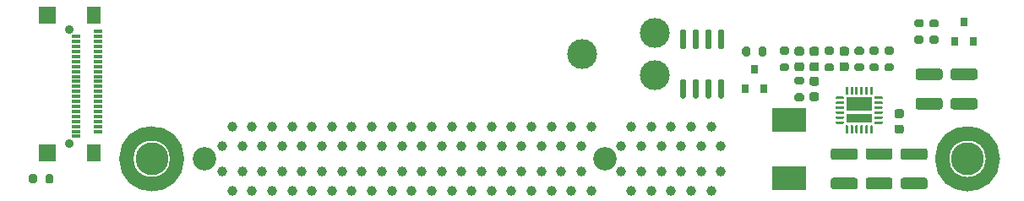
<source format=gbr>
%TF.GenerationSoftware,KiCad,Pcbnew,(5.1.10)-1*%
%TF.CreationDate,2021-08-10T11:15:44+01:00*%
%TF.ProjectId,ocu2pciex8,6f637532-7063-4696-9578-382e6b696361,rev?*%
%TF.SameCoordinates,Original*%
%TF.FileFunction,Soldermask,Top*%
%TF.FilePolarity,Negative*%
%FSLAX46Y46*%
G04 Gerber Fmt 4.6, Leading zero omitted, Abs format (unit mm)*
G04 Created by KiCad (PCBNEW (5.1.10)-1) date 2021-08-10 11:15:44*
%MOMM*%
%LPD*%
G01*
G04 APERTURE LIST*
%ADD10C,1.400000*%
%ADD11C,3.300000*%
%ADD12C,0.800000*%
%ADD13C,0.900000*%
%ADD14R,1.800000X1.810000*%
%ADD15R,1.380000X1.810000*%
%ADD16R,0.910000X0.310000*%
%ADD17R,2.600000X1.350000*%
%ADD18R,2.600000X0.900000*%
%ADD19C,3.000000*%
%ADD20R,0.800000X0.900000*%
%ADD21R,3.429000X2.413000*%
%ADD22C,2.350000*%
%ADD23C,1.000000*%
G04 APERTURE END LIST*
D10*
%TO.C,J5*%
X106300000Y-70000000D02*
G75*
G03*
X106300000Y-70000000I-2550000J0D01*
G01*
%TO.C,J4*%
X188050000Y-70000000D02*
G75*
G03*
X188050000Y-70000000I-2550000J0D01*
G01*
%TD*%
D11*
%TO.C,J5*%
X103750000Y-70000000D03*
D12*
X103750000Y-67500000D03*
X106250000Y-70000000D03*
X103750000Y-72500000D03*
X101250000Y-70000000D03*
X102000000Y-68250000D03*
X105500000Y-68250000D03*
X105500000Y-71750000D03*
X102000000Y-71750000D03*
%TD*%
D11*
%TO.C,J4*%
X185500000Y-70000000D03*
D12*
X185500000Y-67500000D03*
X188000000Y-70000000D03*
X185500000Y-72500000D03*
X183000000Y-70000000D03*
X183750000Y-68250000D03*
X187250000Y-68250000D03*
X187250000Y-71750000D03*
X183750000Y-71750000D03*
%TD*%
D13*
%TO.C,J1*%
X95460000Y-57080000D03*
X95460000Y-68450000D03*
D14*
X93260000Y-55590000D03*
X93260000Y-69410000D03*
D15*
X97980000Y-55590000D03*
X97980000Y-69410000D03*
D16*
X96180000Y-57750000D03*
X96180000Y-58250000D03*
X96180000Y-58750000D03*
X96180000Y-59250000D03*
X96180000Y-59750000D03*
X96180000Y-60250000D03*
X96180000Y-60750000D03*
X96180000Y-61250000D03*
X96180000Y-61750000D03*
X96180000Y-62250000D03*
X96180000Y-62750000D03*
X96180000Y-63250000D03*
X96180000Y-63750000D03*
X96180000Y-64250000D03*
X96180000Y-64750000D03*
X96180000Y-65250000D03*
X96180000Y-65750000D03*
X96180000Y-66250000D03*
X96180000Y-66750000D03*
X96180000Y-67250000D03*
X96180000Y-67750000D03*
X98370000Y-57250000D03*
X98370000Y-57750000D03*
X98370000Y-58250000D03*
X98370000Y-58750000D03*
X98370000Y-59250000D03*
X98370000Y-59750000D03*
X98370000Y-60250000D03*
X98370000Y-60750000D03*
X98370000Y-61250000D03*
X98370000Y-61750000D03*
X98370000Y-62250000D03*
X98370000Y-62750000D03*
X98370000Y-63250000D03*
X98370000Y-63750000D03*
X98370000Y-64250000D03*
X98370000Y-64750000D03*
X98370000Y-65250000D03*
X98370000Y-65750000D03*
X98370000Y-66250000D03*
X98370000Y-66750000D03*
X98370000Y-67250000D03*
%TD*%
%TO.C,R10*%
G36*
G01*
X93900000Y-71725000D02*
X93900000Y-72275000D01*
G75*
G02*
X93700000Y-72475000I-200000J0D01*
G01*
X93300000Y-72475000D01*
G75*
G02*
X93100000Y-72275000I0J200000D01*
G01*
X93100000Y-71725000D01*
G75*
G02*
X93300000Y-71525000I200000J0D01*
G01*
X93700000Y-71525000D01*
G75*
G02*
X93900000Y-71725000I0J-200000D01*
G01*
G37*
G36*
G01*
X92250000Y-71725000D02*
X92250000Y-72275000D01*
G75*
G02*
X92050000Y-72475000I-200000J0D01*
G01*
X91650000Y-72475000D01*
G75*
G02*
X91450000Y-72275000I0J200000D01*
G01*
X91450000Y-71725000D01*
G75*
G02*
X91650000Y-71525000I200000J0D01*
G01*
X92050000Y-71525000D01*
G75*
G02*
X92250000Y-71725000I0J-200000D01*
G01*
G37*
%TD*%
D17*
%TO.C,U1*%
X174650000Y-64500000D03*
G36*
G01*
X173275000Y-63537500D02*
X173275000Y-62837500D01*
G75*
G02*
X173337500Y-62775000I62500J0D01*
G01*
X173462500Y-62775000D01*
G75*
G02*
X173525000Y-62837500I0J-62500D01*
G01*
X173525000Y-63537500D01*
G75*
G02*
X173462500Y-63600000I-62500J0D01*
G01*
X173337500Y-63600000D01*
G75*
G02*
X173275000Y-63537500I0J62500D01*
G01*
G37*
G36*
G01*
X173775000Y-63537500D02*
X173775000Y-62837500D01*
G75*
G02*
X173837500Y-62775000I62500J0D01*
G01*
X173962500Y-62775000D01*
G75*
G02*
X174025000Y-62837500I0J-62500D01*
G01*
X174025000Y-63537500D01*
G75*
G02*
X173962500Y-63600000I-62500J0D01*
G01*
X173837500Y-63600000D01*
G75*
G02*
X173775000Y-63537500I0J62500D01*
G01*
G37*
G36*
G01*
X174275000Y-63537500D02*
X174275000Y-62837500D01*
G75*
G02*
X174337500Y-62775000I62500J0D01*
G01*
X174462500Y-62775000D01*
G75*
G02*
X174525000Y-62837500I0J-62500D01*
G01*
X174525000Y-63537500D01*
G75*
G02*
X174462500Y-63600000I-62500J0D01*
G01*
X174337500Y-63600000D01*
G75*
G02*
X174275000Y-63537500I0J62500D01*
G01*
G37*
G36*
G01*
X174775000Y-63537500D02*
X174775000Y-62837500D01*
G75*
G02*
X174837500Y-62775000I62500J0D01*
G01*
X174962500Y-62775000D01*
G75*
G02*
X175025000Y-62837500I0J-62500D01*
G01*
X175025000Y-63537500D01*
G75*
G02*
X174962500Y-63600000I-62500J0D01*
G01*
X174837500Y-63600000D01*
G75*
G02*
X174775000Y-63537500I0J62500D01*
G01*
G37*
G36*
G01*
X175275000Y-63537500D02*
X175275000Y-62837500D01*
G75*
G02*
X175337500Y-62775000I62500J0D01*
G01*
X175462500Y-62775000D01*
G75*
G02*
X175525000Y-62837500I0J-62500D01*
G01*
X175525000Y-63537500D01*
G75*
G02*
X175462500Y-63600000I-62500J0D01*
G01*
X175337500Y-63600000D01*
G75*
G02*
X175275000Y-63537500I0J62500D01*
G01*
G37*
G36*
G01*
X175775000Y-63537500D02*
X175775000Y-62837500D01*
G75*
G02*
X175837500Y-62775000I62500J0D01*
G01*
X175962500Y-62775000D01*
G75*
G02*
X176025000Y-62837500I0J-62500D01*
G01*
X176025000Y-63537500D01*
G75*
G02*
X175962500Y-63600000I-62500J0D01*
G01*
X175837500Y-63600000D01*
G75*
G02*
X175775000Y-63537500I0J62500D01*
G01*
G37*
G36*
G01*
X176175000Y-63937500D02*
X176175000Y-63812500D01*
G75*
G02*
X176237500Y-63750000I62500J0D01*
G01*
X176937500Y-63750000D01*
G75*
G02*
X177000000Y-63812500I0J-62500D01*
G01*
X177000000Y-63937500D01*
G75*
G02*
X176937500Y-64000000I-62500J0D01*
G01*
X176237500Y-64000000D01*
G75*
G02*
X176175000Y-63937500I0J62500D01*
G01*
G37*
G36*
G01*
X176175000Y-64437500D02*
X176175000Y-64312500D01*
G75*
G02*
X176237500Y-64250000I62500J0D01*
G01*
X176937500Y-64250000D01*
G75*
G02*
X177000000Y-64312500I0J-62500D01*
G01*
X177000000Y-64437500D01*
G75*
G02*
X176937500Y-64500000I-62500J0D01*
G01*
X176237500Y-64500000D01*
G75*
G02*
X176175000Y-64437500I0J62500D01*
G01*
G37*
G36*
G01*
X176175000Y-64937500D02*
X176175000Y-64812500D01*
G75*
G02*
X176237500Y-64750000I62500J0D01*
G01*
X176937500Y-64750000D01*
G75*
G02*
X177000000Y-64812500I0J-62500D01*
G01*
X177000000Y-64937500D01*
G75*
G02*
X176937500Y-65000000I-62500J0D01*
G01*
X176237500Y-65000000D01*
G75*
G02*
X176175000Y-64937500I0J62500D01*
G01*
G37*
G36*
G01*
X176175000Y-65437500D02*
X176175000Y-65312500D01*
G75*
G02*
X176237500Y-65250000I62500J0D01*
G01*
X176937500Y-65250000D01*
G75*
G02*
X177000000Y-65312500I0J-62500D01*
G01*
X177000000Y-65437500D01*
G75*
G02*
X176937500Y-65500000I-62500J0D01*
G01*
X176237500Y-65500000D01*
G75*
G02*
X176175000Y-65437500I0J62500D01*
G01*
G37*
G36*
G01*
X176175000Y-65937500D02*
X176175000Y-65812500D01*
G75*
G02*
X176237500Y-65750000I62500J0D01*
G01*
X176937500Y-65750000D01*
G75*
G02*
X177000000Y-65812500I0J-62500D01*
G01*
X177000000Y-65937500D01*
G75*
G02*
X176937500Y-66000000I-62500J0D01*
G01*
X176237500Y-66000000D01*
G75*
G02*
X176175000Y-65937500I0J62500D01*
G01*
G37*
G36*
G01*
X176175000Y-66437500D02*
X176175000Y-66312500D01*
G75*
G02*
X176237500Y-66250000I62500J0D01*
G01*
X176937500Y-66250000D01*
G75*
G02*
X177000000Y-66312500I0J-62500D01*
G01*
X177000000Y-66437500D01*
G75*
G02*
X176937500Y-66500000I-62500J0D01*
G01*
X176237500Y-66500000D01*
G75*
G02*
X176175000Y-66437500I0J62500D01*
G01*
G37*
G36*
G01*
X175775000Y-67412500D02*
X175775000Y-66712500D01*
G75*
G02*
X175837500Y-66650000I62500J0D01*
G01*
X175962500Y-66650000D01*
G75*
G02*
X176025000Y-66712500I0J-62500D01*
G01*
X176025000Y-67412500D01*
G75*
G02*
X175962500Y-67475000I-62500J0D01*
G01*
X175837500Y-67475000D01*
G75*
G02*
X175775000Y-67412500I0J62500D01*
G01*
G37*
G36*
G01*
X175275000Y-67412500D02*
X175275000Y-66712500D01*
G75*
G02*
X175337500Y-66650000I62500J0D01*
G01*
X175462500Y-66650000D01*
G75*
G02*
X175525000Y-66712500I0J-62500D01*
G01*
X175525000Y-67412500D01*
G75*
G02*
X175462500Y-67475000I-62500J0D01*
G01*
X175337500Y-67475000D01*
G75*
G02*
X175275000Y-67412500I0J62500D01*
G01*
G37*
G36*
G01*
X174775000Y-67412500D02*
X174775000Y-66712500D01*
G75*
G02*
X174837500Y-66650000I62500J0D01*
G01*
X174962500Y-66650000D01*
G75*
G02*
X175025000Y-66712500I0J-62500D01*
G01*
X175025000Y-67412500D01*
G75*
G02*
X174962500Y-67475000I-62500J0D01*
G01*
X174837500Y-67475000D01*
G75*
G02*
X174775000Y-67412500I0J62500D01*
G01*
G37*
G36*
G01*
X174275000Y-67412500D02*
X174275000Y-66712500D01*
G75*
G02*
X174337500Y-66650000I62500J0D01*
G01*
X174462500Y-66650000D01*
G75*
G02*
X174525000Y-66712500I0J-62500D01*
G01*
X174525000Y-67412500D01*
G75*
G02*
X174462500Y-67475000I-62500J0D01*
G01*
X174337500Y-67475000D01*
G75*
G02*
X174275000Y-67412500I0J62500D01*
G01*
G37*
G36*
G01*
X173775000Y-67412500D02*
X173775000Y-66712500D01*
G75*
G02*
X173837500Y-66650000I62500J0D01*
G01*
X173962500Y-66650000D01*
G75*
G02*
X174025000Y-66712500I0J-62500D01*
G01*
X174025000Y-67412500D01*
G75*
G02*
X173962500Y-67475000I-62500J0D01*
G01*
X173837500Y-67475000D01*
G75*
G02*
X173775000Y-67412500I0J62500D01*
G01*
G37*
G36*
G01*
X173275000Y-67412500D02*
X173275000Y-66712500D01*
G75*
G02*
X173337500Y-66650000I62500J0D01*
G01*
X173462500Y-66650000D01*
G75*
G02*
X173525000Y-66712500I0J-62500D01*
G01*
X173525000Y-67412500D01*
G75*
G02*
X173462500Y-67475000I-62500J0D01*
G01*
X173337500Y-67475000D01*
G75*
G02*
X173275000Y-67412500I0J62500D01*
G01*
G37*
G36*
G01*
X172300000Y-66437500D02*
X172300000Y-66312500D01*
G75*
G02*
X172362500Y-66250000I62500J0D01*
G01*
X173062500Y-66250000D01*
G75*
G02*
X173125000Y-66312500I0J-62500D01*
G01*
X173125000Y-66437500D01*
G75*
G02*
X173062500Y-66500000I-62500J0D01*
G01*
X172362500Y-66500000D01*
G75*
G02*
X172300000Y-66437500I0J62500D01*
G01*
G37*
G36*
G01*
X172300000Y-65937500D02*
X172300000Y-65812500D01*
G75*
G02*
X172362500Y-65750000I62500J0D01*
G01*
X173062500Y-65750000D01*
G75*
G02*
X173125000Y-65812500I0J-62500D01*
G01*
X173125000Y-65937500D01*
G75*
G02*
X173062500Y-66000000I-62500J0D01*
G01*
X172362500Y-66000000D01*
G75*
G02*
X172300000Y-65937500I0J62500D01*
G01*
G37*
G36*
G01*
X172300000Y-65437500D02*
X172300000Y-65312500D01*
G75*
G02*
X172362500Y-65250000I62500J0D01*
G01*
X173062500Y-65250000D01*
G75*
G02*
X173125000Y-65312500I0J-62500D01*
G01*
X173125000Y-65437500D01*
G75*
G02*
X173062500Y-65500000I-62500J0D01*
G01*
X172362500Y-65500000D01*
G75*
G02*
X172300000Y-65437500I0J62500D01*
G01*
G37*
G36*
G01*
X172300000Y-64937500D02*
X172300000Y-64812500D01*
G75*
G02*
X172362500Y-64750000I62500J0D01*
G01*
X173062500Y-64750000D01*
G75*
G02*
X173125000Y-64812500I0J-62500D01*
G01*
X173125000Y-64937500D01*
G75*
G02*
X173062500Y-65000000I-62500J0D01*
G01*
X172362500Y-65000000D01*
G75*
G02*
X172300000Y-64937500I0J62500D01*
G01*
G37*
G36*
G01*
X172300000Y-64437500D02*
X172300000Y-64312500D01*
G75*
G02*
X172362500Y-64250000I62500J0D01*
G01*
X173062500Y-64250000D01*
G75*
G02*
X173125000Y-64312500I0J-62500D01*
G01*
X173125000Y-64437500D01*
G75*
G02*
X173062500Y-64500000I-62500J0D01*
G01*
X172362500Y-64500000D01*
G75*
G02*
X172300000Y-64437500I0J62500D01*
G01*
G37*
G36*
G01*
X172300000Y-63937500D02*
X172300000Y-63812500D01*
G75*
G02*
X172362500Y-63750000I62500J0D01*
G01*
X173062500Y-63750000D01*
G75*
G02*
X173125000Y-63812500I0J-62500D01*
G01*
X173125000Y-63937500D01*
G75*
G02*
X173062500Y-64000000I-62500J0D01*
G01*
X172362500Y-64000000D01*
G75*
G02*
X172300000Y-63937500I0J62500D01*
G01*
G37*
D18*
X174650000Y-65975000D03*
%TD*%
D19*
%TO.C,J3*%
X154150000Y-61600000D03*
X154150000Y-57400000D03*
X146850000Y-59500000D03*
%TD*%
%TO.C,R9*%
G36*
G01*
X167425000Y-59575000D02*
X166875000Y-59575000D01*
G75*
G02*
X166675000Y-59375000I0J200000D01*
G01*
X166675000Y-58975000D01*
G75*
G02*
X166875000Y-58775000I200000J0D01*
G01*
X167425000Y-58775000D01*
G75*
G02*
X167625000Y-58975000I0J-200000D01*
G01*
X167625000Y-59375000D01*
G75*
G02*
X167425000Y-59575000I-200000J0D01*
G01*
G37*
G36*
G01*
X167425000Y-61225000D02*
X166875000Y-61225000D01*
G75*
G02*
X166675000Y-61025000I0J200000D01*
G01*
X166675000Y-60625000D01*
G75*
G02*
X166875000Y-60425000I200000J0D01*
G01*
X167425000Y-60425000D01*
G75*
G02*
X167625000Y-60625000I0J-200000D01*
G01*
X167625000Y-61025000D01*
G75*
G02*
X167425000Y-61225000I-200000J0D01*
G01*
G37*
%TD*%
%TO.C,R8*%
G36*
G01*
X168925000Y-62575000D02*
X168375000Y-62575000D01*
G75*
G02*
X168175000Y-62375000I0J200000D01*
G01*
X168175000Y-61975000D01*
G75*
G02*
X168375000Y-61775000I200000J0D01*
G01*
X168925000Y-61775000D01*
G75*
G02*
X169125000Y-61975000I0J-200000D01*
G01*
X169125000Y-62375000D01*
G75*
G02*
X168925000Y-62575000I-200000J0D01*
G01*
G37*
G36*
G01*
X168925000Y-64225000D02*
X168375000Y-64225000D01*
G75*
G02*
X168175000Y-64025000I0J200000D01*
G01*
X168175000Y-63625000D01*
G75*
G02*
X168375000Y-63425000I200000J0D01*
G01*
X168925000Y-63425000D01*
G75*
G02*
X169125000Y-63625000I0J-200000D01*
G01*
X169125000Y-64025000D01*
G75*
G02*
X168925000Y-64225000I-200000J0D01*
G01*
G37*
%TD*%
%TO.C,R7*%
G36*
G01*
X171925000Y-59575000D02*
X171375000Y-59575000D01*
G75*
G02*
X171175000Y-59375000I0J200000D01*
G01*
X171175000Y-58975000D01*
G75*
G02*
X171375000Y-58775000I200000J0D01*
G01*
X171925000Y-58775000D01*
G75*
G02*
X172125000Y-58975000I0J-200000D01*
G01*
X172125000Y-59375000D01*
G75*
G02*
X171925000Y-59575000I-200000J0D01*
G01*
G37*
G36*
G01*
X171925000Y-61225000D02*
X171375000Y-61225000D01*
G75*
G02*
X171175000Y-61025000I0J200000D01*
G01*
X171175000Y-60625000D01*
G75*
G02*
X171375000Y-60425000I200000J0D01*
G01*
X171925000Y-60425000D01*
G75*
G02*
X172125000Y-60625000I0J-200000D01*
G01*
X172125000Y-61025000D01*
G75*
G02*
X171925000Y-61225000I-200000J0D01*
G01*
G37*
%TD*%
%TO.C,R6*%
G36*
G01*
X177375000Y-60425000D02*
X177925000Y-60425000D01*
G75*
G02*
X178125000Y-60625000I0J-200000D01*
G01*
X178125000Y-61025000D01*
G75*
G02*
X177925000Y-61225000I-200000J0D01*
G01*
X177375000Y-61225000D01*
G75*
G02*
X177175000Y-61025000I0J200000D01*
G01*
X177175000Y-60625000D01*
G75*
G02*
X177375000Y-60425000I200000J0D01*
G01*
G37*
G36*
G01*
X177375000Y-58775000D02*
X177925000Y-58775000D01*
G75*
G02*
X178125000Y-58975000I0J-200000D01*
G01*
X178125000Y-59375000D01*
G75*
G02*
X177925000Y-59575000I-200000J0D01*
G01*
X177375000Y-59575000D01*
G75*
G02*
X177175000Y-59375000I0J200000D01*
G01*
X177175000Y-58975000D01*
G75*
G02*
X177375000Y-58775000I200000J0D01*
G01*
G37*
%TD*%
%TO.C,R5*%
G36*
G01*
X176425000Y-59575000D02*
X175875000Y-59575000D01*
G75*
G02*
X175675000Y-59375000I0J200000D01*
G01*
X175675000Y-58975000D01*
G75*
G02*
X175875000Y-58775000I200000J0D01*
G01*
X176425000Y-58775000D01*
G75*
G02*
X176625000Y-58975000I0J-200000D01*
G01*
X176625000Y-59375000D01*
G75*
G02*
X176425000Y-59575000I-200000J0D01*
G01*
G37*
G36*
G01*
X176425000Y-61225000D02*
X175875000Y-61225000D01*
G75*
G02*
X175675000Y-61025000I0J200000D01*
G01*
X175675000Y-60625000D01*
G75*
G02*
X175875000Y-60425000I200000J0D01*
G01*
X176425000Y-60425000D01*
G75*
G02*
X176625000Y-60625000I0J-200000D01*
G01*
X176625000Y-61025000D01*
G75*
G02*
X176425000Y-61225000I-200000J0D01*
G01*
G37*
%TD*%
%TO.C,R4*%
G36*
G01*
X174925000Y-59575000D02*
X174375000Y-59575000D01*
G75*
G02*
X174175000Y-59375000I0J200000D01*
G01*
X174175000Y-58975000D01*
G75*
G02*
X174375000Y-58775000I200000J0D01*
G01*
X174925000Y-58775000D01*
G75*
G02*
X175125000Y-58975000I0J-200000D01*
G01*
X175125000Y-59375000D01*
G75*
G02*
X174925000Y-59575000I-200000J0D01*
G01*
G37*
G36*
G01*
X174925000Y-61225000D02*
X174375000Y-61225000D01*
G75*
G02*
X174175000Y-61025000I0J200000D01*
G01*
X174175000Y-60625000D01*
G75*
G02*
X174375000Y-60425000I200000J0D01*
G01*
X174925000Y-60425000D01*
G75*
G02*
X175125000Y-60625000I0J-200000D01*
G01*
X175125000Y-61025000D01*
G75*
G02*
X174925000Y-61225000I-200000J0D01*
G01*
G37*
%TD*%
%TO.C,R3*%
G36*
G01*
X181875000Y-57675000D02*
X182425000Y-57675000D01*
G75*
G02*
X182625000Y-57875000I0J-200000D01*
G01*
X182625000Y-58275000D01*
G75*
G02*
X182425000Y-58475000I-200000J0D01*
G01*
X181875000Y-58475000D01*
G75*
G02*
X181675000Y-58275000I0J200000D01*
G01*
X181675000Y-57875000D01*
G75*
G02*
X181875000Y-57675000I200000J0D01*
G01*
G37*
G36*
G01*
X181875000Y-56025000D02*
X182425000Y-56025000D01*
G75*
G02*
X182625000Y-56225000I0J-200000D01*
G01*
X182625000Y-56625000D01*
G75*
G02*
X182425000Y-56825000I-200000J0D01*
G01*
X181875000Y-56825000D01*
G75*
G02*
X181675000Y-56625000I0J200000D01*
G01*
X181675000Y-56225000D01*
G75*
G02*
X181875000Y-56025000I200000J0D01*
G01*
G37*
%TD*%
%TO.C,R2*%
G36*
G01*
X180925000Y-56825000D02*
X180375000Y-56825000D01*
G75*
G02*
X180175000Y-56625000I0J200000D01*
G01*
X180175000Y-56225000D01*
G75*
G02*
X180375000Y-56025000I200000J0D01*
G01*
X180925000Y-56025000D01*
G75*
G02*
X181125000Y-56225000I0J-200000D01*
G01*
X181125000Y-56625000D01*
G75*
G02*
X180925000Y-56825000I-200000J0D01*
G01*
G37*
G36*
G01*
X180925000Y-58475000D02*
X180375000Y-58475000D01*
G75*
G02*
X180175000Y-58275000I0J200000D01*
G01*
X180175000Y-57875000D01*
G75*
G02*
X180375000Y-57675000I200000J0D01*
G01*
X180925000Y-57675000D01*
G75*
G02*
X181125000Y-57875000I0J-200000D01*
G01*
X181125000Y-58275000D01*
G75*
G02*
X180925000Y-58475000I-200000J0D01*
G01*
G37*
%TD*%
%TO.C,R1*%
G36*
G01*
X164575000Y-59525000D02*
X164575000Y-58975000D01*
G75*
G02*
X164775000Y-58775000I200000J0D01*
G01*
X165175000Y-58775000D01*
G75*
G02*
X165375000Y-58975000I0J-200000D01*
G01*
X165375000Y-59525000D01*
G75*
G02*
X165175000Y-59725000I-200000J0D01*
G01*
X164775000Y-59725000D01*
G75*
G02*
X164575000Y-59525000I0J200000D01*
G01*
G37*
G36*
G01*
X162925000Y-59525000D02*
X162925000Y-58975000D01*
G75*
G02*
X163125000Y-58775000I200000J0D01*
G01*
X163525000Y-58775000D01*
G75*
G02*
X163725000Y-58975000I0J-200000D01*
G01*
X163725000Y-59525000D01*
G75*
G02*
X163525000Y-59725000I-200000J0D01*
G01*
X163125000Y-59725000D01*
G75*
G02*
X162925000Y-59525000I0J200000D01*
G01*
G37*
%TD*%
D20*
%TO.C,Q3*%
X185150000Y-56250000D03*
X186100000Y-58250000D03*
X184200000Y-58250000D03*
%TD*%
%TO.C,Q2*%
X164150000Y-61000000D03*
X165100000Y-63000000D03*
X163200000Y-63000000D03*
%TD*%
%TO.C,Q1*%
G36*
G01*
X160655000Y-62000000D02*
X160955000Y-62000000D01*
G75*
G02*
X161105000Y-62150000I0J-150000D01*
G01*
X161105000Y-63800000D01*
G75*
G02*
X160955000Y-63950000I-150000J0D01*
G01*
X160655000Y-63950000D01*
G75*
G02*
X160505000Y-63800000I0J150000D01*
G01*
X160505000Y-62150000D01*
G75*
G02*
X160655000Y-62000000I150000J0D01*
G01*
G37*
G36*
G01*
X159385000Y-62000000D02*
X159685000Y-62000000D01*
G75*
G02*
X159835000Y-62150000I0J-150000D01*
G01*
X159835000Y-63800000D01*
G75*
G02*
X159685000Y-63950000I-150000J0D01*
G01*
X159385000Y-63950000D01*
G75*
G02*
X159235000Y-63800000I0J150000D01*
G01*
X159235000Y-62150000D01*
G75*
G02*
X159385000Y-62000000I150000J0D01*
G01*
G37*
G36*
G01*
X158115000Y-62000000D02*
X158415000Y-62000000D01*
G75*
G02*
X158565000Y-62150000I0J-150000D01*
G01*
X158565000Y-63800000D01*
G75*
G02*
X158415000Y-63950000I-150000J0D01*
G01*
X158115000Y-63950000D01*
G75*
G02*
X157965000Y-63800000I0J150000D01*
G01*
X157965000Y-62150000D01*
G75*
G02*
X158115000Y-62000000I150000J0D01*
G01*
G37*
G36*
G01*
X156845000Y-62000000D02*
X157145000Y-62000000D01*
G75*
G02*
X157295000Y-62150000I0J-150000D01*
G01*
X157295000Y-63800000D01*
G75*
G02*
X157145000Y-63950000I-150000J0D01*
G01*
X156845000Y-63950000D01*
G75*
G02*
X156695000Y-63800000I0J150000D01*
G01*
X156695000Y-62150000D01*
G75*
G02*
X156845000Y-62000000I150000J0D01*
G01*
G37*
G36*
G01*
X156845000Y-57050000D02*
X157145000Y-57050000D01*
G75*
G02*
X157295000Y-57200000I0J-150000D01*
G01*
X157295000Y-58850000D01*
G75*
G02*
X157145000Y-59000000I-150000J0D01*
G01*
X156845000Y-59000000D01*
G75*
G02*
X156695000Y-58850000I0J150000D01*
G01*
X156695000Y-57200000D01*
G75*
G02*
X156845000Y-57050000I150000J0D01*
G01*
G37*
G36*
G01*
X158115000Y-57050000D02*
X158415000Y-57050000D01*
G75*
G02*
X158565000Y-57200000I0J-150000D01*
G01*
X158565000Y-58850000D01*
G75*
G02*
X158415000Y-59000000I-150000J0D01*
G01*
X158115000Y-59000000D01*
G75*
G02*
X157965000Y-58850000I0J150000D01*
G01*
X157965000Y-57200000D01*
G75*
G02*
X158115000Y-57050000I150000J0D01*
G01*
G37*
G36*
G01*
X159385000Y-57050000D02*
X159685000Y-57050000D01*
G75*
G02*
X159835000Y-57200000I0J-150000D01*
G01*
X159835000Y-58850000D01*
G75*
G02*
X159685000Y-59000000I-150000J0D01*
G01*
X159385000Y-59000000D01*
G75*
G02*
X159235000Y-58850000I0J150000D01*
G01*
X159235000Y-57200000D01*
G75*
G02*
X159385000Y-57050000I150000J0D01*
G01*
G37*
G36*
G01*
X160655000Y-57050000D02*
X160955000Y-57050000D01*
G75*
G02*
X161105000Y-57200000I0J-150000D01*
G01*
X161105000Y-58850000D01*
G75*
G02*
X160955000Y-59000000I-150000J0D01*
G01*
X160655000Y-59000000D01*
G75*
G02*
X160505000Y-58850000I0J150000D01*
G01*
X160505000Y-57200000D01*
G75*
G02*
X160655000Y-57050000I150000J0D01*
G01*
G37*
%TD*%
D21*
%TO.C,L1*%
X167650000Y-71921000D03*
X167650000Y-66079000D03*
%TD*%
D22*
%TO.C,J2*%
X109000000Y-70000000D03*
D23*
X110810000Y-71250000D03*
X110810000Y-68750000D03*
X111810000Y-73250000D03*
X111810000Y-66750000D03*
X112810000Y-71250000D03*
X112810000Y-68750000D03*
X113810000Y-73250000D03*
X113810000Y-66750000D03*
X114810000Y-71250000D03*
X114810000Y-68750000D03*
X115810000Y-73250000D03*
X115810000Y-66750000D03*
X116810000Y-71250000D03*
X116810000Y-68750000D03*
X117810000Y-73250000D03*
X117810000Y-66750000D03*
X118810000Y-71250000D03*
X118810000Y-68750000D03*
X119810000Y-73250000D03*
X119810000Y-66750000D03*
X120810000Y-71250000D03*
X120810000Y-68750000D03*
X121810000Y-73250000D03*
X121810000Y-66750000D03*
X122810000Y-71250000D03*
X122810000Y-68750000D03*
X123810000Y-73250000D03*
X123810000Y-66750000D03*
X124810000Y-71250000D03*
X124810000Y-68750000D03*
X125810000Y-73250000D03*
X125810000Y-66750000D03*
X126810000Y-71250000D03*
X126810000Y-68750000D03*
X127810000Y-73250000D03*
X127810000Y-66750000D03*
X128810000Y-71250000D03*
X128810000Y-68750000D03*
X129810000Y-73250000D03*
X129810000Y-66750000D03*
X130810000Y-71250000D03*
X130810000Y-68750000D03*
X131810000Y-73250000D03*
X131810000Y-66750000D03*
X132810000Y-71250000D03*
X132810000Y-68750000D03*
X133810000Y-73250000D03*
X133810000Y-66750000D03*
X134810000Y-71250000D03*
X134810000Y-68750000D03*
X135810000Y-73250000D03*
X135810000Y-66750000D03*
X136810000Y-71250000D03*
X136810000Y-68750000D03*
X137810000Y-73250000D03*
X137810000Y-66750000D03*
X138810000Y-71250000D03*
X138810000Y-68750000D03*
X139810000Y-73250000D03*
X139810000Y-66750000D03*
X140810000Y-71250000D03*
X140810000Y-68750000D03*
X141810000Y-73250000D03*
X141810000Y-66750000D03*
X142810000Y-71250000D03*
X142810000Y-68750000D03*
X143810000Y-73250000D03*
X143810000Y-66750000D03*
X144810000Y-71250000D03*
X144810000Y-68750000D03*
X145810000Y-73250000D03*
X145810000Y-66750000D03*
X146810000Y-71250000D03*
X146810000Y-68750000D03*
X147810000Y-73250000D03*
X147810000Y-66750000D03*
D22*
X149160000Y-70000000D03*
D23*
X150810000Y-68750000D03*
X151810000Y-66750000D03*
X152810000Y-68750000D03*
X153810000Y-66750000D03*
X154810000Y-68750000D03*
X155810000Y-66750000D03*
X156810000Y-68750000D03*
X157810000Y-66750000D03*
X158810000Y-68750000D03*
X159810000Y-66750000D03*
X160810000Y-68750000D03*
X150810000Y-71250000D03*
X151810000Y-73250000D03*
X152810000Y-71250000D03*
X153810000Y-73250000D03*
X154810000Y-71250000D03*
X155810000Y-73250000D03*
X156810000Y-71250000D03*
X157810000Y-73250000D03*
X158810000Y-71250000D03*
X159810000Y-73250000D03*
X160810000Y-71250000D03*
%TD*%
%TO.C,C8*%
G36*
G01*
X174250001Y-70100000D02*
X172049999Y-70100000D01*
G75*
G02*
X171800000Y-69850001I0J249999D01*
G01*
X171800000Y-69199999D01*
G75*
G02*
X172049999Y-68950000I249999J0D01*
G01*
X174250001Y-68950000D01*
G75*
G02*
X174500000Y-69199999I0J-249999D01*
G01*
X174500000Y-69850001D01*
G75*
G02*
X174250001Y-70100000I-249999J0D01*
G01*
G37*
G36*
G01*
X174250001Y-73050000D02*
X172049999Y-73050000D01*
G75*
G02*
X171800000Y-72800001I0J249999D01*
G01*
X171800000Y-72149999D01*
G75*
G02*
X172049999Y-71900000I249999J0D01*
G01*
X174250001Y-71900000D01*
G75*
G02*
X174500000Y-72149999I0J-249999D01*
G01*
X174500000Y-72800001D01*
G75*
G02*
X174250001Y-73050000I-249999J0D01*
G01*
G37*
%TD*%
%TO.C,C7*%
G36*
G01*
X168400000Y-60325000D02*
X168900000Y-60325000D01*
G75*
G02*
X169125000Y-60550000I0J-225000D01*
G01*
X169125000Y-61000000D01*
G75*
G02*
X168900000Y-61225000I-225000J0D01*
G01*
X168400000Y-61225000D01*
G75*
G02*
X168175000Y-61000000I0J225000D01*
G01*
X168175000Y-60550000D01*
G75*
G02*
X168400000Y-60325000I225000J0D01*
G01*
G37*
G36*
G01*
X168400000Y-58775000D02*
X168900000Y-58775000D01*
G75*
G02*
X169125000Y-59000000I0J-225000D01*
G01*
X169125000Y-59450000D01*
G75*
G02*
X168900000Y-59675000I-225000J0D01*
G01*
X168400000Y-59675000D01*
G75*
G02*
X168175000Y-59450000I0J225000D01*
G01*
X168175000Y-59000000D01*
G75*
G02*
X168400000Y-58775000I225000J0D01*
G01*
G37*
%TD*%
%TO.C,C10*%
G36*
G01*
X181250001Y-70100000D02*
X179049999Y-70100000D01*
G75*
G02*
X178800000Y-69850001I0J249999D01*
G01*
X178800000Y-69199999D01*
G75*
G02*
X179049999Y-68950000I249999J0D01*
G01*
X181250001Y-68950000D01*
G75*
G02*
X181500000Y-69199999I0J-249999D01*
G01*
X181500000Y-69850001D01*
G75*
G02*
X181250001Y-70100000I-249999J0D01*
G01*
G37*
G36*
G01*
X181250001Y-73050000D02*
X179049999Y-73050000D01*
G75*
G02*
X178800000Y-72800001I0J249999D01*
G01*
X178800000Y-72149999D01*
G75*
G02*
X179049999Y-71900000I249999J0D01*
G01*
X181250001Y-71900000D01*
G75*
G02*
X181500000Y-72149999I0J-249999D01*
G01*
X181500000Y-72800001D01*
G75*
G02*
X181250001Y-73050000I-249999J0D01*
G01*
G37*
%TD*%
%TO.C,C9*%
G36*
G01*
X177750001Y-70100000D02*
X175549999Y-70100000D01*
G75*
G02*
X175300000Y-69850001I0J249999D01*
G01*
X175300000Y-69199999D01*
G75*
G02*
X175549999Y-68950000I249999J0D01*
G01*
X177750001Y-68950000D01*
G75*
G02*
X178000000Y-69199999I0J-249999D01*
G01*
X178000000Y-69850001D01*
G75*
G02*
X177750001Y-70100000I-249999J0D01*
G01*
G37*
G36*
G01*
X177750001Y-73050000D02*
X175549999Y-73050000D01*
G75*
G02*
X175300000Y-72800001I0J249999D01*
G01*
X175300000Y-72149999D01*
G75*
G02*
X175549999Y-71900000I249999J0D01*
G01*
X177750001Y-71900000D01*
G75*
G02*
X178000000Y-72149999I0J-249999D01*
G01*
X178000000Y-72800001D01*
G75*
G02*
X177750001Y-73050000I-249999J0D01*
G01*
G37*
%TD*%
%TO.C,C6*%
G36*
G01*
X170400000Y-59675000D02*
X169900000Y-59675000D01*
G75*
G02*
X169675000Y-59450000I0J225000D01*
G01*
X169675000Y-59000000D01*
G75*
G02*
X169900000Y-58775000I225000J0D01*
G01*
X170400000Y-58775000D01*
G75*
G02*
X170625000Y-59000000I0J-225000D01*
G01*
X170625000Y-59450000D01*
G75*
G02*
X170400000Y-59675000I-225000J0D01*
G01*
G37*
G36*
G01*
X170400000Y-61225000D02*
X169900000Y-61225000D01*
G75*
G02*
X169675000Y-61000000I0J225000D01*
G01*
X169675000Y-60550000D01*
G75*
G02*
X169900000Y-60325000I225000J0D01*
G01*
X170400000Y-60325000D01*
G75*
G02*
X170625000Y-60550000I0J-225000D01*
G01*
X170625000Y-61000000D01*
G75*
G02*
X170400000Y-61225000I-225000J0D01*
G01*
G37*
%TD*%
%TO.C,C5*%
G36*
G01*
X178400000Y-66575000D02*
X178900000Y-66575000D01*
G75*
G02*
X179125000Y-66800000I0J-225000D01*
G01*
X179125000Y-67250000D01*
G75*
G02*
X178900000Y-67475000I-225000J0D01*
G01*
X178400000Y-67475000D01*
G75*
G02*
X178175000Y-67250000I0J225000D01*
G01*
X178175000Y-66800000D01*
G75*
G02*
X178400000Y-66575000I225000J0D01*
G01*
G37*
G36*
G01*
X178400000Y-65025000D02*
X178900000Y-65025000D01*
G75*
G02*
X179125000Y-65250000I0J-225000D01*
G01*
X179125000Y-65700000D01*
G75*
G02*
X178900000Y-65925000I-225000J0D01*
G01*
X178400000Y-65925000D01*
G75*
G02*
X178175000Y-65700000I0J225000D01*
G01*
X178175000Y-65250000D01*
G75*
G02*
X178400000Y-65025000I225000J0D01*
G01*
G37*
%TD*%
%TO.C,C4*%
G36*
G01*
X173400000Y-59675000D02*
X172900000Y-59675000D01*
G75*
G02*
X172675000Y-59450000I0J225000D01*
G01*
X172675000Y-59000000D01*
G75*
G02*
X172900000Y-58775000I225000J0D01*
G01*
X173400000Y-58775000D01*
G75*
G02*
X173625000Y-59000000I0J-225000D01*
G01*
X173625000Y-59450000D01*
G75*
G02*
X173400000Y-59675000I-225000J0D01*
G01*
G37*
G36*
G01*
X173400000Y-61225000D02*
X172900000Y-61225000D01*
G75*
G02*
X172675000Y-61000000I0J225000D01*
G01*
X172675000Y-60550000D01*
G75*
G02*
X172900000Y-60325000I225000J0D01*
G01*
X173400000Y-60325000D01*
G75*
G02*
X173625000Y-60550000I0J-225000D01*
G01*
X173625000Y-61000000D01*
G75*
G02*
X173400000Y-61225000I-225000J0D01*
G01*
G37*
%TD*%
%TO.C,C3*%
G36*
G01*
X169900000Y-63325000D02*
X170400000Y-63325000D01*
G75*
G02*
X170625000Y-63550000I0J-225000D01*
G01*
X170625000Y-64000000D01*
G75*
G02*
X170400000Y-64225000I-225000J0D01*
G01*
X169900000Y-64225000D01*
G75*
G02*
X169675000Y-64000000I0J225000D01*
G01*
X169675000Y-63550000D01*
G75*
G02*
X169900000Y-63325000I225000J0D01*
G01*
G37*
G36*
G01*
X169900000Y-61775000D02*
X170400000Y-61775000D01*
G75*
G02*
X170625000Y-62000000I0J-225000D01*
G01*
X170625000Y-62450000D01*
G75*
G02*
X170400000Y-62675000I-225000J0D01*
G01*
X169900000Y-62675000D01*
G75*
G02*
X169675000Y-62450000I0J225000D01*
G01*
X169675000Y-62000000D01*
G75*
G02*
X169900000Y-61775000I225000J0D01*
G01*
G37*
%TD*%
%TO.C,C2*%
G36*
G01*
X184049999Y-63900000D02*
X186250001Y-63900000D01*
G75*
G02*
X186500000Y-64149999I0J-249999D01*
G01*
X186500000Y-64800001D01*
G75*
G02*
X186250001Y-65050000I-249999J0D01*
G01*
X184049999Y-65050000D01*
G75*
G02*
X183800000Y-64800001I0J249999D01*
G01*
X183800000Y-64149999D01*
G75*
G02*
X184049999Y-63900000I249999J0D01*
G01*
G37*
G36*
G01*
X184049999Y-60950000D02*
X186250001Y-60950000D01*
G75*
G02*
X186500000Y-61199999I0J-249999D01*
G01*
X186500000Y-61850001D01*
G75*
G02*
X186250001Y-62100000I-249999J0D01*
G01*
X184049999Y-62100000D01*
G75*
G02*
X183800000Y-61850001I0J249999D01*
G01*
X183800000Y-61199999D01*
G75*
G02*
X184049999Y-60950000I249999J0D01*
G01*
G37*
%TD*%
%TO.C,C1*%
G36*
G01*
X180549999Y-63900000D02*
X182750001Y-63900000D01*
G75*
G02*
X183000000Y-64149999I0J-249999D01*
G01*
X183000000Y-64800001D01*
G75*
G02*
X182750001Y-65050000I-249999J0D01*
G01*
X180549999Y-65050000D01*
G75*
G02*
X180300000Y-64800001I0J249999D01*
G01*
X180300000Y-64149999D01*
G75*
G02*
X180549999Y-63900000I249999J0D01*
G01*
G37*
G36*
G01*
X180549999Y-60950000D02*
X182750001Y-60950000D01*
G75*
G02*
X183000000Y-61199999I0J-249999D01*
G01*
X183000000Y-61850001D01*
G75*
G02*
X182750001Y-62100000I-249999J0D01*
G01*
X180549999Y-62100000D01*
G75*
G02*
X180300000Y-61850001I0J249999D01*
G01*
X180300000Y-61199999D01*
G75*
G02*
X180549999Y-60950000I249999J0D01*
G01*
G37*
%TD*%
M02*

</source>
